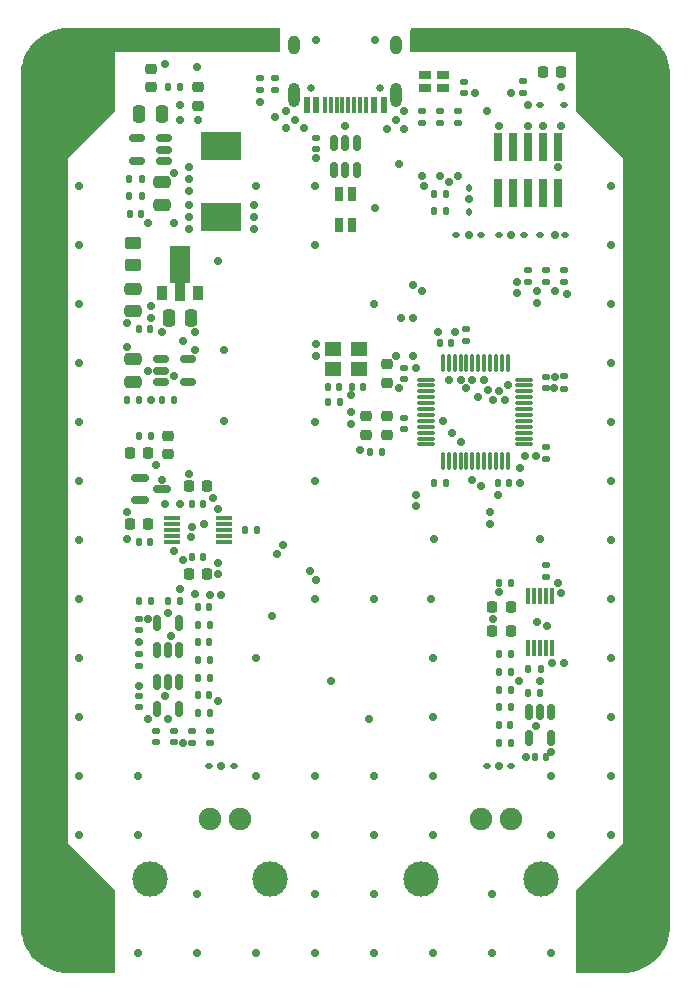
<source format=gbr>
%TF.GenerationSoftware,KiCad,Pcbnew,7.0.10*%
%TF.CreationDate,2024-01-21T20:38:52+01:00*%
%TF.ProjectId,Nemesis-MixSigPCB,4e656d65-7369-4732-9d4d-697853696750,1*%
%TF.SameCoordinates,Original*%
%TF.FileFunction,Soldermask,Top*%
%TF.FilePolarity,Negative*%
%FSLAX46Y46*%
G04 Gerber Fmt 4.6, Leading zero omitted, Abs format (unit mm)*
G04 Created by KiCad (PCBNEW 7.0.10) date 2024-01-21 20:38:52*
%MOMM*%
%LPD*%
G01*
G04 APERTURE LIST*
G04 Aperture macros list*
%AMRoundRect*
0 Rectangle with rounded corners*
0 $1 Rounding radius*
0 $2 $3 $4 $5 $6 $7 $8 $9 X,Y pos of 4 corners*
0 Add a 4 corners polygon primitive as box body*
4,1,4,$2,$3,$4,$5,$6,$7,$8,$9,$2,$3,0*
0 Add four circle primitives for the rounded corners*
1,1,$1+$1,$2,$3*
1,1,$1+$1,$4,$5*
1,1,$1+$1,$6,$7*
1,1,$1+$1,$8,$9*
0 Add four rect primitives between the rounded corners*
20,1,$1+$1,$2,$3,$4,$5,0*
20,1,$1+$1,$4,$5,$6,$7,0*
20,1,$1+$1,$6,$7,$8,$9,0*
20,1,$1+$1,$8,$9,$2,$3,0*%
%AMFreePoly0*
4,1,9,3.862500,-0.866500,0.737500,-0.866500,0.737500,-0.450000,-0.737500,-0.450000,-0.737500,0.450000,0.737500,0.450000,0.737500,0.866500,3.862500,0.866500,3.862500,-0.866500,3.862500,-0.866500,$1*%
G04 Aperture macros list end*
%ADD10RoundRect,0.225000X0.225000X0.250000X-0.225000X0.250000X-0.225000X-0.250000X0.225000X-0.250000X0*%
%ADD11R,0.740000X2.400000*%
%ADD12RoundRect,0.218750X-0.218750X-0.256250X0.218750X-0.256250X0.218750X0.256250X-0.218750X0.256250X0*%
%ADD13RoundRect,0.112500X-0.187500X-0.112500X0.187500X-0.112500X0.187500X0.112500X-0.187500X0.112500X0*%
%ADD14RoundRect,0.135000X-0.135000X-0.185000X0.135000X-0.185000X0.135000X0.185000X-0.135000X0.185000X0*%
%ADD15RoundRect,0.135000X0.135000X0.185000X-0.135000X0.185000X-0.135000X-0.185000X0.135000X-0.185000X0*%
%ADD16C,1.900000*%
%ADD17C,3.000000*%
%ADD18RoundRect,0.140000X0.140000X0.170000X-0.140000X0.170000X-0.140000X-0.170000X0.140000X-0.170000X0*%
%ADD19RoundRect,0.150000X-0.150000X0.512500X-0.150000X-0.512500X0.150000X-0.512500X0.150000X0.512500X0*%
%ADD20R,3.500000X2.350000*%
%ADD21C,5.700000*%
%ADD22RoundRect,0.135000X-0.185000X0.135000X-0.185000X-0.135000X0.185000X-0.135000X0.185000X0.135000X0*%
%ADD23RoundRect,0.250000X0.475000X-0.250000X0.475000X0.250000X-0.475000X0.250000X-0.475000X-0.250000X0*%
%ADD24RoundRect,0.140000X-0.140000X-0.170000X0.140000X-0.170000X0.140000X0.170000X-0.140000X0.170000X0*%
%ADD25RoundRect,0.225000X-0.225000X-0.250000X0.225000X-0.250000X0.225000X0.250000X-0.225000X0.250000X0*%
%ADD26RoundRect,0.140000X0.170000X-0.140000X0.170000X0.140000X-0.170000X0.140000X-0.170000X-0.140000X0*%
%ADD27RoundRect,0.147500X0.147500X0.172500X-0.147500X0.172500X-0.147500X-0.172500X0.147500X-0.172500X0*%
%ADD28R,1.400000X1.200000*%
%ADD29RoundRect,0.135000X0.185000X-0.135000X0.185000X0.135000X-0.185000X0.135000X-0.185000X-0.135000X0*%
%ADD30RoundRect,0.112500X0.187500X0.112500X-0.187500X0.112500X-0.187500X-0.112500X0.187500X-0.112500X0*%
%ADD31RoundRect,0.150000X0.512500X0.150000X-0.512500X0.150000X-0.512500X-0.150000X0.512500X-0.150000X0*%
%ADD32C,0.650000*%
%ADD33R,0.600000X1.450000*%
%ADD34R,0.300000X1.450000*%
%ADD35O,1.000000X2.100000*%
%ADD36O,1.000000X1.600000*%
%ADD37RoundRect,0.250000X-0.250000X-0.475000X0.250000X-0.475000X0.250000X0.475000X-0.250000X0.475000X0*%
%ADD38RoundRect,0.150000X-0.587500X-0.150000X0.587500X-0.150000X0.587500X0.150000X-0.587500X0.150000X0*%
%ADD39RoundRect,0.140000X-0.170000X0.140000X-0.170000X-0.140000X0.170000X-0.140000X0.170000X0.140000X0*%
%ADD40R,0.900000X1.300000*%
%ADD41FreePoly0,90.000000*%
%ADD42RoundRect,0.150000X-0.512500X-0.150000X0.512500X-0.150000X0.512500X0.150000X-0.512500X0.150000X0*%
%ADD43RoundRect,0.075000X-0.662500X-0.075000X0.662500X-0.075000X0.662500X0.075000X-0.662500X0.075000X0*%
%ADD44RoundRect,0.075000X-0.075000X-0.662500X0.075000X-0.662500X0.075000X0.662500X-0.075000X0.662500X0*%
%ADD45R,1.000000X0.800000*%
%ADD46RoundRect,0.150000X0.150000X-0.512500X0.150000X0.512500X-0.150000X0.512500X-0.150000X-0.512500X0*%
%ADD47RoundRect,0.250000X0.450000X-0.262500X0.450000X0.262500X-0.450000X0.262500X-0.450000X-0.262500X0*%
%ADD48RoundRect,0.225000X0.250000X-0.225000X0.250000X0.225000X-0.250000X0.225000X-0.250000X-0.225000X0*%
%ADD49RoundRect,0.112500X0.112500X-0.187500X0.112500X0.187500X-0.112500X0.187500X-0.112500X-0.187500X0*%
%ADD50RoundRect,0.250000X0.250000X0.475000X-0.250000X0.475000X-0.250000X-0.475000X0.250000X-0.475000X0*%
%ADD51RoundRect,0.225000X-0.250000X0.225000X-0.250000X-0.225000X0.250000X-0.225000X0.250000X0.225000X0*%
%ADD52R,1.450000X0.300000*%
%ADD53RoundRect,0.250000X-0.475000X0.250000X-0.475000X-0.250000X0.475000X-0.250000X0.475000X0.250000X0*%
%ADD54R,0.700000X1.200000*%
%ADD55C,0.700000*%
G04 APERTURE END LIST*
D10*
%TO.C,C402*%
X161500000Y-99000000D03*
X159950000Y-99000000D03*
%TD*%
D11*
%TO.C,J201*%
X165540000Y-60050000D03*
X165540000Y-63950000D03*
X164270000Y-60050000D03*
X164270000Y-63950000D03*
X163000000Y-60050000D03*
X163000000Y-63950000D03*
X161730000Y-60050000D03*
X161730000Y-63950000D03*
X160460000Y-60050000D03*
X160460000Y-63950000D03*
%TD*%
D12*
%TO.C,D100*%
X164212500Y-53750000D03*
X165787500Y-53750000D03*
%TD*%
D13*
%TO.C,D400*%
X159450000Y-112500000D03*
X161550000Y-112500000D03*
%TD*%
D14*
%TO.C,R402*%
X160500000Y-103000000D03*
X161520000Y-103000000D03*
%TD*%
D15*
%TO.C,R105*%
X133010000Y-81500000D03*
X131990000Y-81500000D03*
%TD*%
%TO.C,R102*%
X130240000Y-62750000D03*
X129220000Y-62750000D03*
%TD*%
D16*
%TO.C,J300*%
X136000000Y-117000000D03*
D17*
X141080000Y-122080000D03*
D16*
X138540000Y-117000000D03*
D17*
X130920000Y-122080000D03*
%TD*%
D18*
%TO.C,C314*%
X135480000Y-94750000D03*
X134520000Y-94750000D03*
%TD*%
D19*
%TO.C,U201*%
X148450000Y-59725000D03*
X147500000Y-59725000D03*
X146550000Y-59725000D03*
X146550000Y-62000000D03*
X147500000Y-62000000D03*
X148450000Y-62000000D03*
%TD*%
D20*
%TO.C,L101*%
X137000000Y-59975000D03*
X137000000Y-66025000D03*
%TD*%
D21*
%TO.C,H2*%
X124000000Y-126000000D03*
%TD*%
D22*
%TO.C,R206*%
X141500000Y-54240000D03*
X141500000Y-55260000D03*
%TD*%
D10*
%TO.C,C312*%
X135775000Y-88750000D03*
X134225000Y-88750000D03*
%TD*%
D18*
%TO.C,C307*%
X135980000Y-99000000D03*
X135020000Y-99000000D03*
%TD*%
D23*
%TO.C,C105*%
X132000000Y-64950000D03*
X132000000Y-63050000D03*
%TD*%
D24*
%TO.C,C405*%
X160500000Y-109000000D03*
X161460000Y-109000000D03*
%TD*%
D25*
%TO.C,C309*%
X129225000Y-86000000D03*
X130775000Y-86000000D03*
%TD*%
D18*
%TO.C,C401*%
X161500000Y-97000000D03*
X160540000Y-97000000D03*
%TD*%
%TO.C,C313*%
X135480000Y-90250000D03*
X134520000Y-90250000D03*
%TD*%
D23*
%TO.C,C107*%
X129500000Y-79950000D03*
X129500000Y-78050000D03*
%TD*%
D18*
%TO.C,C202*%
X161340000Y-88500000D03*
X160380000Y-88500000D03*
%TD*%
D14*
%TO.C,R305*%
X134990000Y-103500000D03*
X136010000Y-103500000D03*
%TD*%
D26*
%TO.C,C302*%
X130000000Y-107480000D03*
X130000000Y-106520000D03*
%TD*%
D27*
%TO.C,L200*%
X150590000Y-85870000D03*
X149620000Y-85870000D03*
%TD*%
D28*
%TO.C,Y200*%
X148690000Y-77170000D03*
X146490000Y-77170000D03*
X146490000Y-78870000D03*
X148690000Y-78870000D03*
%TD*%
D16*
%TO.C,J400*%
X159000000Y-117000000D03*
D17*
X164080000Y-122080000D03*
D16*
X161540000Y-117000000D03*
D17*
X153920000Y-122080000D03*
%TD*%
D29*
%TO.C,R301*%
X134500000Y-110510000D03*
X134500000Y-109490000D03*
%TD*%
D30*
%TO.C,D203*%
X162600000Y-67500000D03*
X160500000Y-67500000D03*
%TD*%
D14*
%TO.C,R302*%
X129990000Y-98500000D03*
X131010000Y-98500000D03*
%TD*%
D24*
%TO.C,C303*%
X135020000Y-106500000D03*
X135980000Y-106500000D03*
%TD*%
%TO.C,C212*%
X155020000Y-64000000D03*
X155980000Y-64000000D03*
%TD*%
D31*
%TO.C,U101*%
X132137500Y-61225000D03*
X132137500Y-60275000D03*
X132137500Y-59325000D03*
X129862500Y-59325000D03*
X129862500Y-61225000D03*
%TD*%
D15*
%TO.C,R404*%
X161500000Y-107500000D03*
X160480000Y-107500000D03*
%TD*%
D29*
%TO.C,R207*%
X157000000Y-58010000D03*
X157000000Y-56990000D03*
%TD*%
%TO.C,R208*%
X154000000Y-58010000D03*
X154000000Y-56990000D03*
%TD*%
D14*
%TO.C,R401*%
X163000000Y-104250000D03*
X164020000Y-104250000D03*
%TD*%
D32*
%TO.C,J200*%
X150390000Y-55100000D03*
X144610000Y-55100000D03*
D33*
X150750000Y-56545000D03*
X149950000Y-56545000D03*
D34*
X148750000Y-56545000D03*
X147750000Y-56545000D03*
X147250000Y-56545000D03*
X146250000Y-56545000D03*
D33*
X145050000Y-56545000D03*
X144250000Y-56545000D03*
X144250000Y-56545000D03*
X145050000Y-56545000D03*
D34*
X145750000Y-56545000D03*
X146750000Y-56545000D03*
X148250000Y-56545000D03*
X149250000Y-56545000D03*
D33*
X149950000Y-56545000D03*
X150750000Y-56545000D03*
D35*
X151820000Y-55630000D03*
D36*
X151820000Y-51450000D03*
D35*
X143180000Y-55630000D03*
D36*
X143180000Y-51450000D03*
%TD*%
D15*
%TO.C,R201*%
X147010000Y-81670000D03*
X145990000Y-81670000D03*
%TD*%
D29*
%TO.C,R210*%
X166000000Y-71520000D03*
X166000000Y-70500000D03*
%TD*%
D22*
%TO.C,R400*%
X164500000Y-95480000D03*
X164500000Y-96500000D03*
%TD*%
D15*
%TO.C,R309*%
X140010000Y-92500000D03*
X138990000Y-92500000D03*
%TD*%
D37*
%TO.C,C104*%
X130050000Y-57275000D03*
X131950000Y-57275000D03*
%TD*%
D38*
%TO.C,U302*%
X130125000Y-88050000D03*
X130125000Y-89950000D03*
X132000000Y-89000000D03*
%TD*%
D22*
%TO.C,R300*%
X136000000Y-109490000D03*
X136000000Y-110510000D03*
%TD*%
D10*
%TO.C,C310*%
X130775000Y-92000000D03*
X129225000Y-92000000D03*
%TD*%
D15*
%TO.C,R306*%
X136010000Y-100500000D03*
X134990000Y-100500000D03*
%TD*%
D39*
%TO.C,C211*%
X157500000Y-54520000D03*
X157500000Y-55480000D03*
%TD*%
D24*
%TO.C,C209*%
X145990000Y-80370000D03*
X146950000Y-80370000D03*
%TD*%
D40*
%TO.C,U100*%
X132000000Y-72450000D03*
D41*
X133500000Y-72362500D03*
D40*
X135000000Y-72450000D03*
%TD*%
D26*
%TO.C,C205*%
X152500000Y-83980000D03*
X152500000Y-83020000D03*
%TD*%
D29*
%TO.C,R209*%
X155500000Y-58010000D03*
X155500000Y-56990000D03*
%TD*%
D18*
%TO.C,C311*%
X130980000Y-93500000D03*
X130020000Y-93500000D03*
%TD*%
D34*
%TO.C,U400*%
X163000000Y-102500000D03*
X163500000Y-102500000D03*
X164000000Y-102500000D03*
X164500000Y-102500000D03*
X165000000Y-102500000D03*
X165000000Y-98100000D03*
X164500000Y-98100000D03*
X164000000Y-98100000D03*
X163500000Y-98100000D03*
X163000000Y-98100000D03*
%TD*%
D42*
%TO.C,U102*%
X131862500Y-78050000D03*
X131862500Y-79000000D03*
X131862500Y-79950000D03*
X134137500Y-79950000D03*
X134137500Y-78050000D03*
%TD*%
D18*
%TO.C,C406*%
X164480000Y-111750000D03*
X163520000Y-111750000D03*
%TD*%
D30*
%TO.C,D201*%
X166050000Y-56500000D03*
X163950000Y-56500000D03*
%TD*%
D24*
%TO.C,C404*%
X163000000Y-106250000D03*
X163960000Y-106250000D03*
%TD*%
D13*
%TO.C,D300*%
X135950000Y-112500000D03*
X138050000Y-112500000D03*
%TD*%
D29*
%TO.C,R103*%
X162500000Y-55520000D03*
X162500000Y-54500000D03*
%TD*%
D43*
%TO.C,U200*%
X154337500Y-79750000D03*
X154337500Y-80250000D03*
X154337500Y-80750000D03*
X154337500Y-81250000D03*
X154337500Y-81750000D03*
X154337500Y-82250000D03*
X154337500Y-82750000D03*
X154337500Y-83250000D03*
X154337500Y-83750000D03*
X154337500Y-84250000D03*
X154337500Y-84750000D03*
X154337500Y-85250000D03*
D44*
X155750000Y-86662500D03*
X156250000Y-86662500D03*
X156750000Y-86662500D03*
X157250000Y-86662500D03*
X157750000Y-86662500D03*
X158250000Y-86662500D03*
X158750000Y-86662500D03*
X159250000Y-86662500D03*
X159750000Y-86662500D03*
X160250000Y-86662500D03*
X160750000Y-86662500D03*
X161250000Y-86662500D03*
D43*
X162662500Y-85250000D03*
X162662500Y-84750000D03*
X162662500Y-84250000D03*
X162662500Y-83750000D03*
X162662500Y-83250000D03*
X162662500Y-82750000D03*
X162662500Y-82250000D03*
X162662500Y-81750000D03*
X162662500Y-81250000D03*
X162662500Y-80750000D03*
X162662500Y-80250000D03*
X162662500Y-79750000D03*
D44*
X161250000Y-78337500D03*
X160750000Y-78337500D03*
X160250000Y-78337500D03*
X159750000Y-78337500D03*
X159250000Y-78337500D03*
X158750000Y-78337500D03*
X158250000Y-78337500D03*
X157750000Y-78337500D03*
X157250000Y-78337500D03*
X156750000Y-78337500D03*
X156250000Y-78337500D03*
X155750000Y-78337500D03*
%TD*%
D19*
%TO.C,U401*%
X164950000Y-107862500D03*
X164000000Y-107862500D03*
X163050000Y-107862500D03*
X163050000Y-110137500D03*
X164950000Y-110137500D03*
%TD*%
D45*
%TO.C,D200*%
X154250000Y-53950000D03*
X155750000Y-53950000D03*
X155750000Y-55050000D03*
X154250000Y-55050000D03*
%TD*%
D46*
%TO.C,U301*%
X131550000Y-102637500D03*
X132500000Y-102637500D03*
X133450000Y-102637500D03*
X133450000Y-100362500D03*
X131550000Y-100362500D03*
%TD*%
D47*
%TO.C,R100*%
X129500000Y-70050000D03*
X129500000Y-68225000D03*
%TD*%
D15*
%TO.C,R303*%
X136010000Y-108000000D03*
X134990000Y-108000000D03*
%TD*%
D39*
%TO.C,C301*%
X131500000Y-109520000D03*
X131500000Y-110480000D03*
%TD*%
D30*
%TO.C,D204*%
X159000000Y-67500000D03*
X156900000Y-67500000D03*
%TD*%
D18*
%TO.C,C106*%
X130210000Y-65750000D03*
X129250000Y-65750000D03*
%TD*%
D29*
%TO.C,R211*%
X164500000Y-71520000D03*
X164500000Y-70500000D03*
%TD*%
D26*
%TO.C,C304*%
X130000000Y-103980000D03*
X130000000Y-103020000D03*
%TD*%
D10*
%TO.C,C315*%
X135775000Y-96250000D03*
X134225000Y-96250000D03*
%TD*%
D39*
%TO.C,C306*%
X130000000Y-100020000D03*
X130000000Y-100980000D03*
%TD*%
D48*
%TO.C,C207*%
X149250000Y-84420000D03*
X149250000Y-82870000D03*
%TD*%
D21*
%TO.C,H4*%
X124000000Y-54000000D03*
%TD*%
%TO.C,H3*%
X171000000Y-126000000D03*
%TD*%
D14*
%TO.C,R403*%
X160480000Y-106000000D03*
X161500000Y-106000000D03*
%TD*%
D15*
%TO.C,R304*%
X136010000Y-105000000D03*
X134990000Y-105000000D03*
%TD*%
D24*
%TO.C,C204*%
X155520000Y-76620000D03*
X156480000Y-76620000D03*
%TD*%
D14*
%TO.C,R308*%
X129990000Y-84500000D03*
X131010000Y-84500000D03*
%TD*%
%TO.C,R101*%
X129220000Y-64250000D03*
X130240000Y-64250000D03*
%TD*%
%TO.C,R405*%
X160480000Y-110500000D03*
X161500000Y-110500000D03*
%TD*%
D49*
%TO.C,D205*%
X158000000Y-65600000D03*
X158000000Y-63500000D03*
%TD*%
D13*
%TO.C,D202*%
X164000000Y-67500000D03*
X166100000Y-67500000D03*
%TD*%
D19*
%TO.C,U300*%
X133450000Y-105362500D03*
X132500000Y-105362500D03*
X131550000Y-105362500D03*
X131550000Y-107637500D03*
X133450000Y-107637500D03*
%TD*%
D48*
%TO.C,C206*%
X151000000Y-84420000D03*
X151000000Y-82870000D03*
%TD*%
D39*
%TO.C,C203*%
X164500000Y-79520000D03*
X164500000Y-80480000D03*
%TD*%
D50*
%TO.C,C103*%
X134450000Y-74500000D03*
X132550000Y-74500000D03*
%TD*%
D22*
%TO.C,R205*%
X140250000Y-54240000D03*
X140250000Y-55260000D03*
%TD*%
D39*
%TO.C,C300*%
X133000000Y-109520000D03*
X133000000Y-110480000D03*
%TD*%
D18*
%TO.C,C108*%
X130980000Y-75500000D03*
X130020000Y-75500000D03*
%TD*%
D14*
%TO.C,R203*%
X154990000Y-88500000D03*
X156010000Y-88500000D03*
%TD*%
D24*
%TO.C,C403*%
X160520000Y-104500000D03*
X161480000Y-104500000D03*
%TD*%
D51*
%TO.C,C308*%
X132500000Y-84500000D03*
X132500000Y-86050000D03*
%TD*%
D39*
%TO.C,C210*%
X145000000Y-59270000D03*
X145000000Y-60230000D03*
%TD*%
D14*
%TO.C,R104*%
X128990000Y-81500000D03*
X130010000Y-81500000D03*
%TD*%
D22*
%TO.C,R204*%
X166000000Y-79490000D03*
X166000000Y-80510000D03*
%TD*%
D51*
%TO.C,C100*%
X135000000Y-55000000D03*
X135000000Y-56550000D03*
%TD*%
D48*
%TO.C,C200*%
X151000000Y-80025000D03*
X151000000Y-78475000D03*
%TD*%
D15*
%TO.C,R307*%
X133510000Y-98500000D03*
X132490000Y-98500000D03*
%TD*%
D21*
%TO.C,H1*%
X171000000Y-54000000D03*
%TD*%
D29*
%TO.C,R202*%
X164500000Y-86510000D03*
X164500000Y-85490000D03*
%TD*%
D27*
%TO.C,L100*%
X133485000Y-55000000D03*
X132515000Y-55000000D03*
%TD*%
D29*
%TO.C,R212*%
X163000000Y-71520000D03*
X163000000Y-70500000D03*
%TD*%
D52*
%TO.C,U303*%
X132800000Y-91500000D03*
X132800000Y-92000000D03*
X132800000Y-92500000D03*
X132800000Y-93000000D03*
X132800000Y-93500000D03*
X137200000Y-93500000D03*
X137200000Y-93000000D03*
X137200000Y-92500000D03*
X137200000Y-92000000D03*
X137200000Y-91500000D03*
%TD*%
D10*
%TO.C,C400*%
X161500000Y-101000000D03*
X159950000Y-101000000D03*
%TD*%
D29*
%TO.C,R200*%
X157750000Y-76510000D03*
X157750000Y-75490000D03*
%TD*%
D14*
%TO.C,R213*%
X154990000Y-65500000D03*
X156010000Y-65500000D03*
%TD*%
D18*
%TO.C,C208*%
X148990000Y-80370000D03*
X148030000Y-80370000D03*
%TD*%
%TO.C,C305*%
X135980000Y-102000000D03*
X135020000Y-102000000D03*
%TD*%
D53*
%TO.C,C102*%
X129500000Y-72050000D03*
X129500000Y-73950000D03*
%TD*%
D48*
%TO.C,C101*%
X131000000Y-55000000D03*
X131000000Y-53450000D03*
%TD*%
D54*
%TO.C,L201*%
X148050000Y-64037500D03*
X146950000Y-64037500D03*
X146950000Y-66687500D03*
X148050000Y-66687500D03*
%TD*%
D26*
%TO.C,C201*%
X152500000Y-79730000D03*
X152500000Y-78770000D03*
%TD*%
D55*
X133000000Y-62250000D03*
X134250000Y-61750000D03*
X144950000Y-83325000D03*
X129000000Y-77000000D03*
X164950000Y-118325000D03*
X134250000Y-63750000D03*
X129950000Y-128325000D03*
X158750000Y-81250000D03*
X169950000Y-63325000D03*
X149500000Y-108500000D03*
X144950000Y-98325000D03*
X132250000Y-90250000D03*
X144950000Y-68325000D03*
X152500000Y-57000000D03*
X160500000Y-97750000D03*
X159000000Y-88750000D03*
X134791639Y-97909481D03*
X151000000Y-58500000D03*
X164000000Y-93250000D03*
X133500000Y-57750000D03*
X139950000Y-103325000D03*
X156750000Y-75750000D03*
X164000000Y-105250000D03*
X159500000Y-57000000D03*
X133750000Y-110500000D03*
X158000000Y-64500000D03*
X153500000Y-78750000D03*
X153500000Y-90500000D03*
X144950000Y-63325000D03*
X154129304Y-63390666D03*
X124950000Y-93325000D03*
X149950000Y-113325000D03*
X169950000Y-83325000D03*
X139950000Y-113325000D03*
X134950000Y-53325000D03*
X124950000Y-108325000D03*
X124950000Y-73325000D03*
X166000000Y-103750000D03*
X165784606Y-97853817D03*
X135000000Y-57750000D03*
X163671611Y-109105309D03*
X161250000Y-80250000D03*
X169950000Y-118325000D03*
X158000000Y-67500000D03*
X148000000Y-83500000D03*
X124950000Y-63325000D03*
X144950000Y-88325000D03*
X141500000Y-57500000D03*
X134250000Y-87750000D03*
X132000000Y-88250000D03*
X169950000Y-73325000D03*
X152000000Y-61500000D03*
X141250000Y-99750000D03*
X139950000Y-63325000D03*
X161500000Y-55500000D03*
X137250000Y-77250000D03*
X169950000Y-103325000D03*
X169950000Y-88325000D03*
X169950000Y-113325000D03*
X160500000Y-112500000D03*
X137000000Y-98000000D03*
X163000000Y-58250000D03*
X145000000Y-96750000D03*
X129000000Y-93250000D03*
X142250000Y-93750000D03*
X134950000Y-128325000D03*
X159950000Y-128325000D03*
X149950000Y-128325000D03*
X149950000Y-118325000D03*
X132250000Y-53000000D03*
X142500000Y-58470000D03*
X124950000Y-118325000D03*
X132760010Y-101506250D03*
X131500000Y-87000000D03*
X164950000Y-113325000D03*
X133750000Y-95000000D03*
X155750000Y-83250000D03*
X151750000Y-57750000D03*
X160000000Y-81500000D03*
X124950000Y-98325000D03*
X153250000Y-77750000D03*
X160000000Y-100000000D03*
X163750000Y-100250000D03*
X159750000Y-92000000D03*
X145000000Y-76750000D03*
X134950000Y-123325000D03*
X164950000Y-128325000D03*
X159950000Y-123325000D03*
X124950000Y-103325000D03*
X129950000Y-118325000D03*
X137250000Y-83250000D03*
X143250000Y-57750000D03*
X140250000Y-56250000D03*
X164250000Y-58250000D03*
X149950000Y-73325000D03*
X145000000Y-61000000D03*
X166250000Y-72500000D03*
X156500000Y-84250000D03*
X154950000Y-113325000D03*
X129000000Y-91000000D03*
X133500000Y-90250000D03*
X169950000Y-98325000D03*
X130000000Y-102000000D03*
X154750000Y-98325000D03*
X124950000Y-78325000D03*
X139950000Y-128325000D03*
X131000000Y-74500000D03*
X169950000Y-108325000D03*
X156250000Y-79750000D03*
X142500000Y-57000000D03*
X160450000Y-89500000D03*
X124950000Y-88325000D03*
X161500000Y-67500000D03*
X132999591Y-79480444D03*
X165130000Y-80462110D03*
X130750000Y-79000000D03*
X151750000Y-77750000D03*
X163750000Y-73250000D03*
X150000000Y-65250000D03*
X158500000Y-55500000D03*
X131000000Y-73500000D03*
X152250000Y-74500000D03*
X146250000Y-105250000D03*
X133500000Y-56500000D03*
X156250000Y-63000000D03*
X130000000Y-105700000D03*
X157750000Y-80500000D03*
X155000000Y-93250000D03*
X169950000Y-78325000D03*
X144950000Y-118325000D03*
X148000000Y-81080707D03*
X162230000Y-105250000D03*
X154950000Y-103325000D03*
X124950000Y-113325000D03*
X144950000Y-113325000D03*
X154950000Y-118325000D03*
X144000000Y-58470000D03*
X162750000Y-111750000D03*
X144950000Y-123325000D03*
X160500000Y-58250000D03*
X124950000Y-68325000D03*
X163000000Y-56500000D03*
X153250000Y-71750000D03*
X169950000Y-93325000D03*
X154950000Y-108325000D03*
X133000000Y-94250000D03*
X145000000Y-77750000D03*
X154950000Y-128325000D03*
X152500000Y-58500000D03*
X136750000Y-107000000D03*
X148000000Y-82500000D03*
X147500000Y-58250000D03*
X136750000Y-69750000D03*
X169950000Y-68325000D03*
X149950000Y-123325000D03*
X163646767Y-86223238D03*
X165250000Y-67500000D03*
X162044974Y-72444977D03*
X129950000Y-113325000D03*
X149950000Y-98325000D03*
X132185560Y-106578381D03*
X129000000Y-75000000D03*
X124950000Y-83325000D03*
X137000000Y-112500000D03*
X144950000Y-128325000D03*
X134250000Y-62750000D03*
X130750000Y-108500000D03*
X133750000Y-76500000D03*
X164950000Y-111280000D03*
X132000000Y-75750000D03*
X132500000Y-108500000D03*
X134750000Y-77250000D03*
X136250000Y-89750000D03*
X132500000Y-99500000D03*
X136750000Y-90750000D03*
X134750000Y-75750000D03*
X131000000Y-81500000D03*
X130750000Y-100000000D03*
X136750000Y-95250000D03*
X165500000Y-61750000D03*
X165750000Y-58250000D03*
X148750000Y-85750000D03*
X162250000Y-87250000D03*
X152000000Y-80470000D03*
X139750000Y-67000000D03*
X134250000Y-65000000D03*
X139750000Y-66000000D03*
X134250000Y-67000000D03*
X133000000Y-66500000D03*
X165750000Y-55000000D03*
X134250000Y-66000000D03*
X162250000Y-88500000D03*
X165250000Y-79500000D03*
X135500000Y-92000000D03*
X136750000Y-96250000D03*
X130750000Y-66500000D03*
X155300000Y-75750000D03*
X139750000Y-65000000D03*
X153250000Y-74500000D03*
X154000000Y-72250000D03*
X134516662Y-92204838D03*
X136000000Y-98000000D03*
X134463810Y-93103288D03*
X133500000Y-97500000D03*
X165500000Y-97000000D03*
X162747165Y-86250085D03*
X144500000Y-96000000D03*
X153500000Y-89500000D03*
X157000000Y-62500000D03*
X157250000Y-79750000D03*
X159250000Y-79750000D03*
X154000000Y-62500000D03*
X155500000Y-62500000D03*
X158250000Y-79750000D03*
X161000000Y-81500000D03*
X165250000Y-72250000D03*
X160500000Y-80750000D03*
X163750000Y-72250000D03*
X162000000Y-71500000D03*
X159534606Y-80603817D03*
X157250000Y-85000000D03*
X141750000Y-94500000D03*
X165000000Y-103750000D03*
X158250000Y-88250000D03*
X164554987Y-100652493D03*
X159750000Y-91000000D03*
X172450000Y-95825000D03*
X129000000Y-51000000D03*
X138000000Y-51000000D03*
X132000000Y-51000000D03*
X150000000Y-51000000D03*
X172450000Y-108325000D03*
X122450000Y-118325000D03*
X122450000Y-80825000D03*
X172450000Y-120825000D03*
X172450000Y-78325000D03*
X172450000Y-118325000D03*
X122450000Y-110825000D03*
X122450000Y-98325000D03*
X172450000Y-85825000D03*
X172450000Y-58325000D03*
X135000000Y-51000000D03*
X122450000Y-73325000D03*
X122450000Y-115825000D03*
X166000000Y-51000000D03*
X122450000Y-88325000D03*
X169950000Y-120825000D03*
X122450000Y-85825000D03*
X122450000Y-65825000D03*
X172450000Y-80825000D03*
X172450000Y-93325000D03*
X122450000Y-113325000D03*
X167500000Y-123400000D03*
X172450000Y-75825000D03*
X141000000Y-51000000D03*
X122450000Y-105825000D03*
X172450000Y-60825000D03*
X172450000Y-113325000D03*
X127500000Y-56500000D03*
X172450000Y-73325000D03*
X172450000Y-110825000D03*
X167500000Y-128300000D03*
X124950000Y-58325000D03*
X122450000Y-83325000D03*
X122450000Y-70825000D03*
X122450000Y-90825000D03*
X122450000Y-95825000D03*
X172450000Y-63325000D03*
X172450000Y-103325000D03*
X122450000Y-58325000D03*
X122450000Y-75825000D03*
X169950000Y-58325000D03*
X157000000Y-51000000D03*
X122450000Y-108325000D03*
X160000000Y-51000000D03*
X172450000Y-90825000D03*
X122450000Y-103325000D03*
X122450000Y-120825000D03*
X172450000Y-65825000D03*
X172450000Y-88325000D03*
X172450000Y-83325000D03*
X172450000Y-68325000D03*
X124950000Y-120825000D03*
X122450000Y-93325000D03*
X127450000Y-123325000D03*
X122450000Y-60825000D03*
X172450000Y-115825000D03*
X145000000Y-51000000D03*
X172450000Y-105825000D03*
X172450000Y-70825000D03*
X172450000Y-100825000D03*
X127450000Y-128325000D03*
X167500000Y-56500000D03*
X122450000Y-78325000D03*
X122450000Y-63325000D03*
X172450000Y-98325000D03*
X122450000Y-68325000D03*
X163000000Y-51000000D03*
X154000000Y-51000000D03*
X122450000Y-100825000D03*
G36*
X167193039Y-50019685D02*
G01*
X167238794Y-50072489D01*
X167250000Y-50124000D01*
X167250000Y-51996947D01*
X167249850Y-52003039D01*
X167249093Y-52018428D01*
X167247903Y-52030517D01*
X167246660Y-52038903D01*
X167217359Y-52102332D01*
X167158417Y-52139850D01*
X167088548Y-52139546D01*
X167029935Y-52101516D01*
X167001187Y-52037835D01*
X167000000Y-52020722D01*
X167000000Y-52000000D01*
X153124000Y-52000000D01*
X153056961Y-51980315D01*
X153011206Y-51927511D01*
X153000000Y-51876000D01*
X153000000Y-50124000D01*
X153019685Y-50056961D01*
X153072489Y-50011206D01*
X153124000Y-50000000D01*
X167126000Y-50000000D01*
X167193039Y-50019685D01*
G37*
G36*
X171003033Y-50000149D02*
G01*
X171385985Y-50018962D01*
X171398096Y-50020155D01*
X171774334Y-50075965D01*
X171786268Y-50078339D01*
X172155237Y-50170760D01*
X172166882Y-50174293D01*
X172524989Y-50302426D01*
X172536232Y-50307082D01*
X172880085Y-50469712D01*
X172890817Y-50475449D01*
X173217051Y-50670987D01*
X173227169Y-50677747D01*
X173532684Y-50904332D01*
X173542090Y-50912052D01*
X173823913Y-51167481D01*
X173832518Y-51176086D01*
X174087947Y-51457909D01*
X174095667Y-51467315D01*
X174322252Y-51772830D01*
X174329012Y-51782948D01*
X174524550Y-52109182D01*
X174530287Y-52119914D01*
X174692917Y-52463767D01*
X174697573Y-52475010D01*
X174825706Y-52833117D01*
X174829239Y-52844762D01*
X174921660Y-53213731D01*
X174924034Y-53225665D01*
X174979844Y-53601903D01*
X174981037Y-53614013D01*
X174999851Y-53996966D01*
X175000000Y-54003051D01*
X175000000Y-125996948D01*
X174999851Y-126003033D01*
X174981037Y-126385986D01*
X174979844Y-126398096D01*
X174924034Y-126774334D01*
X174921660Y-126786268D01*
X174829239Y-127155237D01*
X174825706Y-127166882D01*
X174697573Y-127524989D01*
X174692917Y-127536232D01*
X174530287Y-127880085D01*
X174524550Y-127890817D01*
X174329012Y-128217051D01*
X174322252Y-128227169D01*
X174095667Y-128532684D01*
X174087947Y-128542090D01*
X173832518Y-128823913D01*
X173823913Y-128832518D01*
X173542090Y-129087947D01*
X173532684Y-129095667D01*
X173227169Y-129322252D01*
X173217051Y-129329012D01*
X172890817Y-129524550D01*
X172880085Y-129530287D01*
X172536232Y-129692917D01*
X172524989Y-129697573D01*
X172166882Y-129825706D01*
X172155237Y-129829239D01*
X171786268Y-129921660D01*
X171774334Y-129924034D01*
X171398096Y-129979844D01*
X171385986Y-129981037D01*
X171003034Y-129999851D01*
X170996949Y-130000000D01*
X167124000Y-130000000D01*
X167056961Y-129980315D01*
X167011206Y-129927511D01*
X167000000Y-129876000D01*
X167000000Y-123051362D01*
X167019685Y-122984323D01*
X167036319Y-122963681D01*
X170999999Y-119000000D01*
X171000000Y-118999999D01*
X171000000Y-61000000D01*
X167036319Y-57036319D01*
X167002834Y-56974996D01*
X167000000Y-56948638D01*
X167000000Y-52000000D01*
X166874000Y-52000000D01*
X166806961Y-51980315D01*
X166761206Y-51927511D01*
X166750000Y-51876000D01*
X166750000Y-50124000D01*
X166769685Y-50056961D01*
X166822489Y-50011206D01*
X166874000Y-50000000D01*
X170996949Y-50000000D01*
X171003033Y-50000149D01*
G37*
G36*
X141943039Y-50019685D02*
G01*
X141988794Y-50072489D01*
X142000000Y-50124000D01*
X142000000Y-51876000D01*
X141980315Y-51943039D01*
X141927511Y-51988794D01*
X141876000Y-52000000D01*
X128000000Y-52000000D01*
X128000000Y-52020722D01*
X127980315Y-52087761D01*
X127927511Y-52133516D01*
X127858353Y-52143460D01*
X127794797Y-52114435D01*
X127757023Y-52055657D01*
X127753342Y-52038917D01*
X127752098Y-52030531D01*
X127750905Y-52018420D01*
X127750149Y-52003031D01*
X127750000Y-51996947D01*
X127750000Y-50124000D01*
X127769685Y-50056961D01*
X127822489Y-50011206D01*
X127874000Y-50000000D01*
X141876000Y-50000000D01*
X141943039Y-50019685D01*
G37*
G36*
X128193039Y-50019685D02*
G01*
X128238794Y-50072489D01*
X128250000Y-50124000D01*
X128250000Y-51876000D01*
X128230315Y-51943039D01*
X128177511Y-51988794D01*
X128126000Y-52000000D01*
X128000000Y-52000000D01*
X128000000Y-56948638D01*
X127980315Y-57015677D01*
X127963681Y-57036319D01*
X124000000Y-60999999D01*
X124000000Y-119000000D01*
X127963681Y-122963681D01*
X127997166Y-123025004D01*
X128000000Y-123051362D01*
X128000000Y-129876000D01*
X127980315Y-129943039D01*
X127927511Y-129988794D01*
X127876000Y-130000000D01*
X124003051Y-130000000D01*
X123996966Y-129999851D01*
X123614013Y-129981037D01*
X123601903Y-129979844D01*
X123225665Y-129924034D01*
X123213731Y-129921660D01*
X122844762Y-129829239D01*
X122833117Y-129825706D01*
X122475010Y-129697573D01*
X122463767Y-129692917D01*
X122119914Y-129530287D01*
X122109182Y-129524550D01*
X121782948Y-129329012D01*
X121772830Y-129322252D01*
X121467315Y-129095667D01*
X121457909Y-129087947D01*
X121176086Y-128832518D01*
X121167481Y-128823913D01*
X120912052Y-128542090D01*
X120904332Y-128532684D01*
X120677747Y-128227169D01*
X120670987Y-128217051D01*
X120475449Y-127890817D01*
X120469712Y-127880085D01*
X120307082Y-127536232D01*
X120302426Y-127524989D01*
X120174293Y-127166882D01*
X120170760Y-127155237D01*
X120078339Y-126786268D01*
X120075965Y-126774334D01*
X120020155Y-126398096D01*
X120018962Y-126385985D01*
X120000149Y-126003032D01*
X120000000Y-125996948D01*
X120000000Y-54003051D01*
X120000149Y-53996967D01*
X120018962Y-53614014D01*
X120020155Y-53601903D01*
X120075965Y-53225665D01*
X120078339Y-53213731D01*
X120170760Y-52844762D01*
X120174293Y-52833117D01*
X120302426Y-52475010D01*
X120307082Y-52463767D01*
X120469712Y-52119914D01*
X120475449Y-52109182D01*
X120670987Y-51782948D01*
X120677747Y-51772830D01*
X120904332Y-51467315D01*
X120912052Y-51457909D01*
X121167481Y-51176086D01*
X121176086Y-51167481D01*
X121457909Y-50912052D01*
X121467315Y-50904332D01*
X121772830Y-50677747D01*
X121782948Y-50670987D01*
X122109182Y-50475449D01*
X122119914Y-50469712D01*
X122463767Y-50307082D01*
X122475010Y-50302426D01*
X122833117Y-50174293D01*
X122844762Y-50170760D01*
X123213731Y-50078339D01*
X123225665Y-50075965D01*
X123601903Y-50020155D01*
X123614014Y-50018962D01*
X123996967Y-50000149D01*
X124003051Y-50000000D01*
X128126000Y-50000000D01*
X128193039Y-50019685D01*
G37*
M02*

</source>
